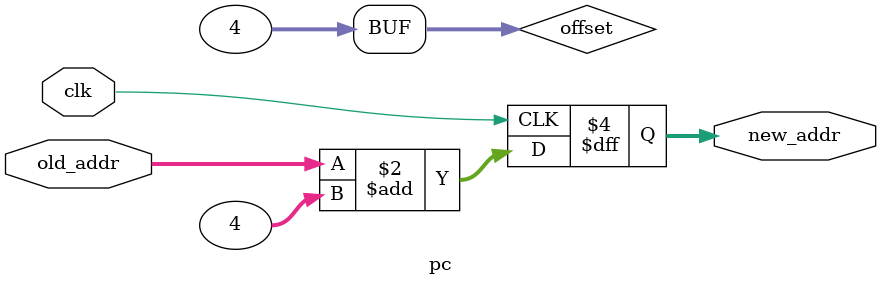
<source format=sv>
module pc(
	output logic [31:0] new_addr,
	input logic [31:0] old_addr,
	input bit clk
	);

	int offset = 4;
	always@(posedge clk) begin
		new_addr <= old_addr + offset;
	end
endmodule

</source>
